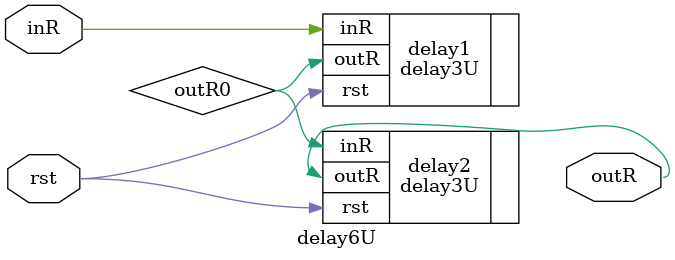
<source format=v>
`timescale 1ns / 1ps

module delay6U(inR, outR, rst);
input inR, rst;
output outR;

wire outR0;
delay3U delay1 ( .inR(inR)  , .outR(outR0), .rst(rst));
delay3U delay2 ( .inR(outR0), .outR(outR), .rst(rst));

endmodule

</source>
